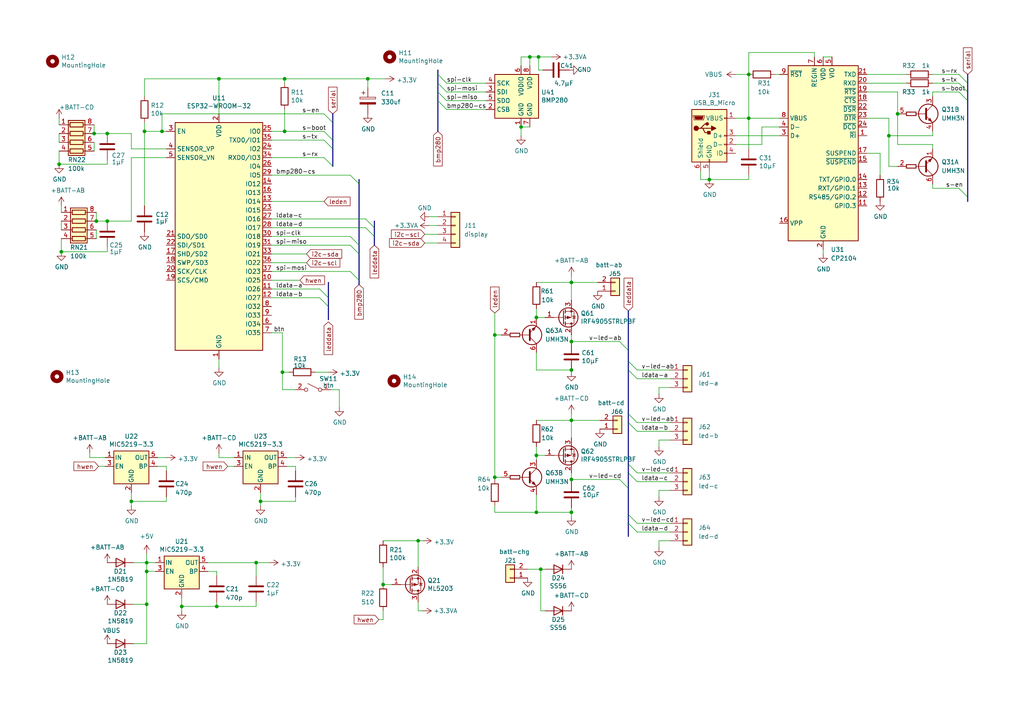
<source format=kicad_sch>
(kicad_sch (version 20230121) (generator eeschema)
  (paper "A4")
  (junction (at 111.125 169.545))
  (junction (at 82.55 22.86))
  (junction (at 42.545 165.735))
  (junction (at 52.705 175.895))
  (junction (at 17.145 47.625))
  (junction (at 165.735 121.92))
  (junction (at 46.99 38.1))
  (junction (at 217.17 34.29))
  (junction (at 165.735 99.06))
  (junction (at 31.115 38.735))
  (junction (at 106.68 22.86))
  (junction (at 31.115 64.135))
  (junction (at 155.575 148.59))
  (junction (at 41.91 38.1))
  (junction (at 62.865 175.895))
  (junction (at 155.575 92.075))
  (junction (at 42.545 163.195))
  (junction (at 165.735 139.065))
  (junction (at 74.295 163.195))
  (junction (at 143.51 138.43))
  (junction (at 63.5 22.86))
  (junction (at 217.17 21.59))
  (junction (at 165.735 148.59))
  (junction (at 38.1 145.415))
  (junction (at 205.74 52.07))
  (junction (at 257.81 39.37))
  (junction (at 82.55 38.1))
  (junction (at 165.735 81.915))
  (junction (at 42.545 175.26))
  (junction (at 151.13 36.83))
  (junction (at 165.735 107.315))
  (junction (at 156.845 165.1))
  (junction (at 27.305 38.735))
  (junction (at 260.35 33.02))
  (junction (at 75.565 145.415))
  (junction (at 153.67 16.51))
  (junction (at 81.915 107.95))
  (junction (at 27.94 64.135))
  (junction (at 121.285 156.845))
  (junction (at 17.78 73.025))
  (junction (at 156.21 16.51))
  (junction (at 155.575 132.08))
  (junction (at 143.51 97.155))
  (bus_entry (at 92.71 83.82) (size 2.54 2.54))
  (bus_entry (at 106.045 66.04) (size 2.54 2.54))
  (bus_entry (at 93.98 45.72) (size 2.54 2.54))
  (bus_entry (at 182.245 149.225) (size 2.54 2.54))
  (bus_entry (at 101.6 50.8) (size 2.54 2.54))
  (bus_entry (at 182.245 137.16) (size 2.54 2.54))
  (bus_entry (at 93.98 40.64) (size 2.54 2.54))
  (bus_entry (at 179.705 99.06) (size 2.54 2.54))
  (bus_entry (at 182.245 104.775) (size 2.54 2.54))
  (bus_entry (at 127 24.13) (size 2.54 2.54))
  (bus_entry (at 101.6 68.58) (size 2.54 2.54))
  (bus_entry (at 127 29.21) (size 2.54 2.54))
  (bus_entry (at 182.245 122.555) (size 2.54 2.54))
  (bus_entry (at 182.245 151.765) (size 2.54 2.54))
  (bus_entry (at 182.245 107.315) (size 2.54 2.54))
  (bus_entry (at 278.13 54.61) (size 2.54 2.54))
  (bus_entry (at 101.6 78.74) (size 2.54 2.54))
  (bus_entry (at 182.245 134.62) (size 2.54 2.54))
  (bus_entry (at 127 21.59) (size 2.54 2.54))
  (bus_entry (at 93.98 33.02) (size 2.54 2.54))
  (bus_entry (at 93.98 38.1) (size 2.54 2.54))
  (bus_entry (at 101.6 71.12) (size 2.54 2.54))
  (bus_entry (at 182.245 120.015) (size 2.54 2.54))
  (bus_entry (at 278.13 26.67) (size 2.54 2.54))
  (bus_entry (at 179.705 139.065) (size 2.54 2.54))
  (bus_entry (at 278.13 24.13) (size 2.54 2.54))
  (bus_entry (at 92.71 86.36) (size 2.54 2.54))
  (bus_entry (at 278.13 21.59) (size 2.54 2.54))
  (bus_entry (at 127 26.67) (size 2.54 2.54))
  (bus_entry (at 106.045 63.5) (size 2.54 2.54))
  (bus (pts (xy 182.245 134.62) (xy 182.245 137.16)))
  (wire (pts (xy 91.44 107.95) (xy 95.25 107.95)))
  (wire (pts (xy 93.98 38.1) (xy 82.55 38.1)))
  (wire (pts (xy 52.705 175.895) (xy 62.865 175.895)))
  (wire (pts (xy 184.785 107.315) (xy 194.31 107.315)))
  (wire (pts (xy 165.735 121.92) (xy 173.99 121.92)))
  (wire (pts (xy 41.91 22.86) (xy 63.5 22.86)))
  (wire (pts (xy 153.035 165.1) (xy 156.845 165.1)))
  (wire (pts (xy 260.35 26.67) (xy 260.35 33.02)))
  (wire (pts (xy 165.735 97.155) (xy 165.735 99.06)))
  (wire (pts (xy 155.575 143.51) (xy 155.575 148.59)))
  (wire (pts (xy 81.915 107.95) (xy 83.82 107.95)))
  (wire (pts (xy 38.1 145.415) (xy 48.26 145.415)))
  (wire (pts (xy 153.67 19.05) (xy 153.67 16.51)))
  (wire (pts (xy 191.135 112.395) (xy 194.31 112.395)))
  (bus (pts (xy 182.245 101.6) (xy 182.245 104.775)))
  (wire (pts (xy 41.91 38.1) (xy 41.91 59.69)))
  (wire (pts (xy 63.5 106.68) (xy 63.5 104.14)))
  (wire (pts (xy 251.46 44.45) (xy 255.27 44.45)))
  (wire (pts (xy 78.74 58.42) (xy 93.98 58.42)))
  (wire (pts (xy 78.74 81.28) (xy 86.995 81.28)))
  (wire (pts (xy 38.735 163.195) (xy 42.545 163.195)))
  (wire (pts (xy 31.115 73.025) (xy 31.115 71.755)))
  (wire (pts (xy 26.035 131.445) (xy 26.035 132.715)))
  (wire (pts (xy 98.425 113.03) (xy 98.425 118.11)))
  (bus (pts (xy 108.585 64.135) (xy 108.585 66.04)))
  (bus (pts (xy 127 24.13) (xy 127 26.67)))
  (wire (pts (xy 74.295 163.195) (xy 78.105 163.195)))
  (wire (pts (xy 270.51 41.91) (xy 270.51 43.18)))
  (wire (pts (xy 46.99 38.1) (xy 46.99 33.02)))
  (wire (pts (xy 27.305 41.275) (xy 27.305 43.815)))
  (wire (pts (xy 17.78 64.135) (xy 17.78 66.675)))
  (wire (pts (xy 63.5 33.02) (xy 63.5 22.86)))
  (wire (pts (xy 153.67 16.51) (xy 156.21 16.51)))
  (wire (pts (xy 17.145 43.815) (xy 17.145 47.625)))
  (wire (pts (xy 78.74 66.04) (xy 106.045 66.04)))
  (wire (pts (xy 140.97 31.75) (xy 129.54 31.75)))
  (wire (pts (xy 270.51 26.67) (xy 278.13 26.67)))
  (wire (pts (xy 165.735 107.315) (xy 155.575 107.315)))
  (wire (pts (xy 143.51 148.59) (xy 155.575 148.59)))
  (wire (pts (xy 224.79 21.59) (xy 226.06 21.59)))
  (wire (pts (xy 270.51 24.13) (xy 278.13 24.13)))
  (wire (pts (xy 236.22 15.24) (xy 217.17 15.24)))
  (bus (pts (xy 182.245 122.555) (xy 182.245 134.62)))
  (wire (pts (xy 165.735 99.06) (xy 179.705 99.06)))
  (wire (pts (xy 17.145 38.735) (xy 17.145 41.275)))
  (wire (pts (xy 83.185 132.715) (xy 85.725 132.715)))
  (wire (pts (xy 78.74 45.72) (xy 93.98 45.72)))
  (wire (pts (xy 251.46 21.59) (xy 262.89 21.59)))
  (wire (pts (xy 48.26 135.255) (xy 48.26 136.525)))
  (wire (pts (xy 38.1 142.875) (xy 38.1 145.415)))
  (bus (pts (xy 182.245 104.775) (xy 182.245 107.315)))
  (wire (pts (xy 62.865 174.625) (xy 62.865 175.895)))
  (wire (pts (xy 38.1 43.18) (xy 38.1 38.735)))
  (wire (pts (xy 191.135 129.54) (xy 191.135 127.635)))
  (wire (pts (xy 38.735 175.26) (xy 42.545 175.26)))
  (wire (pts (xy 151.13 39.37) (xy 151.13 36.83)))
  (bus (pts (xy 280.67 21.59) (xy 280.67 24.13)))
  (bus (pts (xy 182.245 90.17) (xy 182.245 101.6)))
  (wire (pts (xy 17.145 47.625) (xy 31.115 47.625)))
  (wire (pts (xy 60.325 163.195) (xy 74.295 163.195)))
  (wire (pts (xy 121.285 174.625) (xy 121.285 177.165)))
  (wire (pts (xy 156.845 177.165) (xy 158.115 177.165)))
  (wire (pts (xy 38.1 64.135) (xy 31.115 64.135)))
  (wire (pts (xy 45.72 135.255) (xy 48.26 135.255)))
  (wire (pts (xy 156.21 16.51) (xy 156.21 20.32)))
  (wire (pts (xy 270.51 27.94) (xy 270.51 26.67)))
  (wire (pts (xy 143.51 97.155) (xy 145.415 97.155)))
  (wire (pts (xy 46.99 33.02) (xy 93.98 33.02)))
  (wire (pts (xy 213.36 39.37) (xy 226.06 39.37)))
  (wire (pts (xy 17.78 73.025) (xy 31.115 73.025)))
  (wire (pts (xy 81.915 113.03) (xy 85.725 113.03)))
  (wire (pts (xy 41.91 38.1) (xy 46.99 38.1)))
  (bus (pts (xy 95.25 88.9) (xy 95.25 92.71)))
  (wire (pts (xy 191.135 156.845) (xy 194.31 156.845)))
  (bus (pts (xy 127 21.59) (xy 127 24.13)))
  (bus (pts (xy 95.25 86.36) (xy 95.25 88.9)))
  (bus (pts (xy 127 26.67) (xy 127 29.21)))
  (wire (pts (xy 156.21 20.32) (xy 157.48 20.32)))
  (bus (pts (xy 95.25 81.915) (xy 95.25 86.36)))
  (wire (pts (xy 121.285 177.165) (xy 122.555 177.165)))
  (wire (pts (xy 78.74 73.66) (xy 88.9 73.66)))
  (wire (pts (xy 165.735 137.16) (xy 165.735 139.065)))
  (wire (pts (xy 62.865 165.735) (xy 62.865 167.005)))
  (wire (pts (xy 38.1 145.415) (xy 38.1 146.685)))
  (bus (pts (xy 104.14 52.07) (xy 104.14 53.34)))
  (wire (pts (xy 155.575 107.315) (xy 155.575 102.235)))
  (wire (pts (xy 42.545 163.195) (xy 42.545 165.735)))
  (wire (pts (xy 184.785 137.16) (xy 194.31 137.16)))
  (bus (pts (xy 127 20.32) (xy 127 21.59)))
  (wire (pts (xy 111.125 179.705) (xy 111.125 177.165)))
  (bus (pts (xy 104.14 53.34) (xy 104.14 71.12)))
  (wire (pts (xy 143.51 138.43) (xy 145.415 138.43)))
  (wire (pts (xy 48.26 144.145) (xy 48.26 145.415)))
  (wire (pts (xy 42.545 165.735) (xy 45.085 165.735)))
  (wire (pts (xy 113.665 169.545) (xy 111.125 169.545)))
  (wire (pts (xy 165.735 81.915) (xy 173.355 81.915)))
  (wire (pts (xy 42.545 160.655) (xy 42.545 163.195)))
  (wire (pts (xy 158.115 132.08) (xy 155.575 132.08)))
  (bus (pts (xy 182.245 107.315) (xy 182.245 120.015)))
  (wire (pts (xy 257.81 34.29) (xy 257.81 39.37)))
  (wire (pts (xy 60.325 165.735) (xy 62.865 165.735)))
  (wire (pts (xy 38.1 38.735) (xy 31.115 38.735)))
  (wire (pts (xy 52.705 175.895) (xy 52.705 177.165)))
  (wire (pts (xy 184.785 154.305) (xy 194.31 154.305)))
  (wire (pts (xy 78.74 78.74) (xy 101.6 78.74)))
  (wire (pts (xy 257.81 39.37) (xy 270.51 39.37)))
  (wire (pts (xy 184.785 151.765) (xy 194.31 151.765)))
  (bus (pts (xy 104.14 73.66) (xy 104.14 81.28)))
  (wire (pts (xy 75.565 142.875) (xy 75.565 145.415)))
  (wire (pts (xy 155.575 129.54) (xy 155.575 132.08)))
  (wire (pts (xy 213.36 34.29) (xy 217.17 34.29)))
  (wire (pts (xy 203.2 49.53) (xy 203.2 52.07)))
  (wire (pts (xy 191.135 142.24) (xy 194.31 142.24)))
  (wire (pts (xy 74.295 175.895) (xy 74.295 174.625)))
  (wire (pts (xy 217.17 50.8) (xy 217.17 52.07)))
  (bus (pts (xy 108.585 66.04) (xy 108.585 68.58)))
  (wire (pts (xy 165.735 121.92) (xy 165.735 127)))
  (wire (pts (xy 203.2 52.07) (xy 205.74 52.07)))
  (bus (pts (xy 96.52 40.64) (xy 96.52 43.18)))
  (wire (pts (xy 28.575 135.255) (xy 30.48 135.255)))
  (wire (pts (xy 17.145 34.29) (xy 17.145 36.195)))
  (wire (pts (xy 191.135 144.145) (xy 191.135 142.24)))
  (wire (pts (xy 165.735 80.01) (xy 165.735 81.915)))
  (wire (pts (xy 257.81 48.26) (xy 260.35 48.26)))
  (wire (pts (xy 75.565 145.415) (xy 85.725 145.415)))
  (wire (pts (xy 48.26 43.18) (xy 38.1 43.18)))
  (wire (pts (xy 121.285 156.845) (xy 121.285 164.465)))
  (wire (pts (xy 109.855 179.705) (xy 111.125 179.705)))
  (wire (pts (xy 251.46 34.29) (xy 257.81 34.29)))
  (wire (pts (xy 62.865 175.895) (xy 74.295 175.895)))
  (bus (pts (xy 182.245 137.16) (xy 182.245 141.605)))
  (wire (pts (xy 78.74 71.12) (xy 101.6 71.12)))
  (wire (pts (xy 184.785 109.855) (xy 194.31 109.855)))
  (wire (pts (xy 255.27 44.45) (xy 255.27 50.8)))
  (wire (pts (xy 217.17 34.29) (xy 217.17 43.18)))
  (wire (pts (xy 217.17 21.59) (xy 217.17 34.29)))
  (wire (pts (xy 75.565 145.415) (xy 75.565 146.685)))
  (wire (pts (xy 205.74 52.07) (xy 217.17 52.07)))
  (wire (pts (xy 83.185 135.255) (xy 85.725 135.255)))
  (wire (pts (xy 26.035 132.715) (xy 30.48 132.715)))
  (wire (pts (xy 165.735 107.315) (xy 165.735 107.95)))
  (wire (pts (xy 123.19 67.945) (xy 127 67.945)))
  (bus (pts (xy 96.52 33.02) (xy 96.52 35.56)))
  (wire (pts (xy 42.545 163.195) (xy 45.085 163.195)))
  (wire (pts (xy 251.46 24.13) (xy 262.89 24.13)))
  (wire (pts (xy 257.81 39.37) (xy 257.81 48.26)))
  (bus (pts (xy 280.67 24.13) (xy 280.67 26.67)))
  (wire (pts (xy 143.51 90.805) (xy 143.51 97.155)))
  (wire (pts (xy 260.35 41.91) (xy 270.51 41.91)))
  (wire (pts (xy 270.51 54.61) (xy 278.13 54.61)))
  (bus (pts (xy 182.245 151.765) (xy 182.245 155.575)))
  (wire (pts (xy 124.46 62.865) (xy 127 62.865)))
  (wire (pts (xy 74.295 167.005) (xy 74.295 163.195)))
  (wire (pts (xy 191.135 127.635) (xy 194.31 127.635)))
  (wire (pts (xy 165.735 99.06) (xy 165.735 99.695)))
  (wire (pts (xy 205.74 49.53) (xy 205.74 52.07)))
  (wire (pts (xy 213.36 21.59) (xy 217.17 21.59)))
  (bus (pts (xy 104.14 71.12) (xy 104.14 73.66)))
  (wire (pts (xy 123.19 70.485) (xy 127 70.485)))
  (wire (pts (xy 260.35 33.02) (xy 260.35 41.91)))
  (bus (pts (xy 280.67 57.15) (xy 280.67 58.42)))
  (bus (pts (xy 104.14 81.28) (xy 104.14 82.55)))
  (wire (pts (xy 217.17 34.29) (xy 226.06 34.29)))
  (wire (pts (xy 236.22 16.51) (xy 236.22 15.24)))
  (bus (pts (xy 127 29.21) (xy 127 38.1)))
  (wire (pts (xy 155.575 148.59) (xy 165.735 148.59)))
  (wire (pts (xy 78.74 76.2) (xy 88.9 76.2)))
  (wire (pts (xy 165.735 148.59) (xy 165.735 149.86)))
  (wire (pts (xy 95.885 113.03) (xy 98.425 113.03)))
  (wire (pts (xy 78.74 68.58) (xy 101.6 68.58)))
  (wire (pts (xy 78.74 86.36) (xy 92.71 86.36)))
  (wire (pts (xy 46.99 38.1) (xy 48.26 38.1)))
  (wire (pts (xy 38.1 45.72) (xy 38.1 64.135)))
  (bus (pts (xy 182.245 120.015) (xy 182.245 122.555)))
  (wire (pts (xy 151.13 19.05) (xy 151.13 16.51)))
  (wire (pts (xy 191.135 158.75) (xy 191.135 156.845)))
  (wire (pts (xy 78.74 63.5) (xy 106.045 63.5)))
  (wire (pts (xy 66.04 135.255) (xy 67.945 135.255)))
  (wire (pts (xy 155.575 81.915) (xy 165.735 81.915)))
  (wire (pts (xy 143.51 146.685) (xy 143.51 148.59)))
  (wire (pts (xy 78.74 38.1) (xy 82.55 38.1)))
  (wire (pts (xy 156.845 165.1) (xy 156.845 177.165)))
  (wire (pts (xy 85.725 144.145) (xy 85.725 145.415)))
  (wire (pts (xy 184.785 122.555) (xy 194.31 122.555)))
  (wire (pts (xy 143.51 138.43) (xy 143.51 97.155)))
  (wire (pts (xy 27.94 66.675) (xy 27.94 69.215)))
  (wire (pts (xy 31.115 47.625) (xy 31.115 46.355)))
  (wire (pts (xy 156.845 165.1) (xy 158.115 165.1)))
  (wire (pts (xy 85.725 135.255) (xy 85.725 136.525)))
  (wire (pts (xy 184.785 139.7) (xy 194.31 139.7)))
  (wire (pts (xy 217.17 15.24) (xy 217.17 21.59)))
  (wire (pts (xy 111.125 169.545) (xy 111.125 164.465)))
  (wire (pts (xy 270.51 38.1) (xy 270.51 39.37)))
  (wire (pts (xy 165.735 120.015) (xy 165.735 121.92)))
  (wire (pts (xy 251.46 26.67) (xy 260.35 26.67)))
  (wire (pts (xy 151.13 16.51) (xy 153.67 16.51)))
  (wire (pts (xy 155.575 89.535) (xy 155.575 92.075)))
  (wire (pts (xy 165.735 139.065) (xy 179.705 139.065)))
  (bus (pts (xy 182.245 141.605) (xy 182.245 149.225)))
  (wire (pts (xy 82.55 22.86) (xy 82.55 24.13)))
  (wire (pts (xy 165.735 81.915) (xy 165.735 86.995)))
  (wire (pts (xy 278.13 21.59) (xy 270.51 21.59)))
  (wire (pts (xy 27.305 38.735) (xy 31.115 38.735)))
  (wire (pts (xy 238.76 16.51) (xy 241.3 16.51)))
  (wire (pts (xy 106.68 22.86) (xy 106.68 25.4)))
  (wire (pts (xy 155.575 132.08) (xy 155.575 133.35)))
  (wire (pts (xy 124.46 65.405) (xy 127 65.405)))
  (wire (pts (xy 42.545 175.26) (xy 42.545 186.69)))
  (wire (pts (xy 155.575 121.92) (xy 165.735 121.92)))
  (wire (pts (xy 140.97 26.67) (xy 129.54 26.67)))
  (wire (pts (xy 41.91 35.56) (xy 41.91 38.1)))
  (bus (pts (xy 182.245 149.225) (xy 182.245 151.765)))
  (wire (pts (xy 158.115 92.075) (xy 155.575 92.075)))
  (bus (pts (xy 96.52 35.56) (xy 96.52 40.64)))
  (wire (pts (xy 63.5 22.86) (xy 82.55 22.86)))
  (wire (pts (xy 191.135 114.3) (xy 191.135 112.395)))
  (wire (pts (xy 156.21 16.51) (xy 160.02 16.51)))
  (wire (pts (xy 48.26 45.72) (xy 38.1 45.72)))
  (wire (pts (xy 38.735 186.69) (xy 42.545 186.69)))
  (wire (pts (xy 226.06 36.83) (xy 220.98 36.83)))
  (bus (pts (xy 108.585 68.58) (xy 108.585 71.12)))
  (wire (pts (xy 17.78 69.215) (xy 17.78 73.025)))
  (wire (pts (xy 111.125 156.845) (xy 121.285 156.845)))
  (wire (pts (xy 27.94 64.135) (xy 31.115 64.135)))
  (wire (pts (xy 81.915 107.95) (xy 81.915 113.03)))
  (wire (pts (xy 165.735 139.065) (xy 165.735 139.7)))
  (bus (pts (xy 280.67 26.67) (xy 280.67 29.21)))
  (wire (pts (xy 143.51 139.065) (xy 143.51 138.43)))
  (wire (pts (xy 17.78 59.69) (xy 17.78 61.595)))
  (wire (pts (xy 82.55 31.75) (xy 82.55 38.1)))
  (wire (pts (xy 52.705 173.355) (xy 52.705 175.895)))
  (wire (pts (xy 106.68 22.86) (xy 111.76 22.86)))
  (wire (pts (xy 270.51 54.61) (xy 270.51 53.34)))
  (bus (pts (xy 96.52 43.18) (xy 96.52 48.26)))
  (wire (pts (xy 42.545 165.735) (xy 42.545 175.26)))
  (wire (pts (xy 184.785 125.095) (xy 194.31 125.095)))
  (wire (pts (xy 213.36 41.91) (xy 220.98 41.91)))
  (wire (pts (xy 220.98 36.83) (xy 220.98 41.91)))
  (wire (pts (xy 27.305 36.195) (xy 27.305 38.735)))
  (wire (pts (xy 45.72 132.715) (xy 48.26 132.715)))
  (wire (pts (xy 78.74 40.64) (xy 93.98 40.64)))
  (wire (pts (xy 82.55 22.86) (xy 106.68 22.86)))
  (bus (pts (xy 280.67 29.21) (xy 280.67 57.15)))
  (wire (pts (xy 81.915 96.52) (xy 81.915 107.95)))
  (wire (pts (xy 78.74 96.52) (xy 81.915 96.52)))
  (wire (pts (xy 63.5 131.445) (xy 63.5 132.715)))
  (wire (pts (xy 41.91 27.94) (xy 41.91 22.86)))
  (wire (pts (xy 78.74 50.8) (xy 101.6 50.8)))
  (wire (pts (xy 63.5 132.715) (xy 67.945 132.715)))
  (wire (pts (xy 165.735 147.32) (xy 165.735 148.59)))
  (wire (pts (xy 122.555 156.845) (xy 121.285 156.845)))
  (wire (pts (xy 153.67 36.83) (xy 151.13 36.83)))
  (wire (pts (xy 129.54 29.21) (xy 140.97 29.21)))
  (wire (pts (xy 27.94 61.595) (xy 27.94 64.135)))
  (wire (pts (xy 78.74 83.82) (xy 92.71 83.82)))
  (wire (pts (xy 238.76 72.39) (xy 238.76 73.66)))
  (wire (pts (xy 129.54 24.13) (xy 140.97 24.13)))
  (label "ldata-a" (at 80.01 83.82 0))
  (label "ldata-a" (at 186.055 109.855 0))
  (label "s-rx" (at 87.63 45.72 0))
  (label "btn" (at 79.375 96.52 0))
  (label "ldata-c" (at 80.01 63.5 0))
  (label "v-led-cd" (at 170.815 139.065 0))
  (label "s-boot" (at 273.05 26.67 0))
  (label "v-led-ab" (at 170.815 99.06 0))
  (label "ldata-b" (at 80.01 86.36 0))
  (label "s-boot" (at 87.63 38.1 0))
  (label "bmp280-cs" (at 80.01 50.8 0))
  (label "spi-miso" (at 129.54 29.21 0))
  (label "s-tx" (at 273.05 24.13 0))
  (label "spi-clk" (at 80.01 68.58 0))
  (label "spi-clk" (at 129.54 24.13 0))
  (label "spi-mosi" (at 80.01 78.74 0))
  (label "v-led-cd" (at 186.055 151.765 0))
  (label "ldata-c" (at 186.055 139.7 0))
  (label "v-led-cd" (at 186.055 137.16 0))
  (label "s-tx" (at 87.63 40.64 0))
  (label "v-led-ab" (at 186.055 107.315 0))
  (label "s-en" (at 87.63 33.02 0))
  (label "v-led-ab" (at 186.055 122.555 0))
  (label "ldata-d" (at 80.01 66.04 0))
  (label "ldata-b" (at 186.055 125.095 0))
  (label "s-en" (at 274.32 54.61 0))
  (label "spi-mosi" (at 129.54 26.67 0))
  (label "s-rx" (at 273.05 21.59 0))
  (label "bmp280-cs" (at 129.54 31.75 0))
  (label "spi-miso" (at 80.01 71.12 0))
  (label "ldata-d" (at 186.055 154.305 0))
  (global_label "bmp280" (shape input) (at 104.14 82.55 270) (property "Intersheetrefs" "${INTERSHEET_REFS}" (effects hide)))
  (global_label "hwen" (shape input) (at 28.575 135.255 180) (property "Intersheetrefs" "${INTERSHEET_REFS}" (effects hide)))
  (global_label "bmp280" (shape input) (at 127 38.1 270) (property "Intersheetrefs" "${INTERSHEET_REFS}" (effects hide)))
  (global_label "i2c-scl" (shape input) (at 88.9 76.2 0) (property "Intersheetrefs" "${INTERSHEET_REFS}" (effects hide)))
  (global_label "leddata" (shape input) (at 95.25 93.345 270) (property "Intersheetrefs" "${INTERSHEET_REFS}" (effects hide)))
  (global_label "i2c-scl" (shape input) (at 123.19 67.945 180) (property "Intersheetrefs" "${INTERSHEET_REFS}" (effects hide)))
  (global_label "i2c-sda" (shape input) (at 88.9 73.66 0) (property "Intersheetrefs" "${INTERSHEET_REFS}" (effects hide)))
  (global_label "leddata" (shape input) (at 108.585 71.12 270) (property "Intersheetrefs" "${INTERSHEET_REFS}" (effects hide)))
  (global_label "serial" (shape input) (at 280.67 21.59 90) (property "Intersheetrefs" "${INTERSHEET_REFS}" (effects hide)))
  (global_label "serial" (shape input) (at 96.52 33.02 90) (property "Intersheetrefs" "${INTERSHEET_REFS}" (effects hide)))
  (global_label "leden" (shape input) (at 93.98 58.42 0) (property "Intersheetrefs" "${INTERSHEET_REFS}" (effects hide)))
  (global_label "i2c-sda" (shape input) (at 123.19 70.485 180) (property "Intersheetrefs" "${INTERSHEET_REFS}" (effects hide)))
  (global_label "leddata" (shape input) (at 182.245 90.17 90) (property "Intersheetrefs" "${INTERSHEET_REFS}" (effects hide)))
  (global_label "hwen" (shape input) (at 66.04 135.255 180) (property "Intersheetrefs" "${INTERSHEET_REFS}" (effects hide)))
  (global_label "leden" (shape input) (at 143.51 90.805 90) (property "Intersheetrefs" "${INTERSHEET_REFS}" (effects hide)))
  (global_label "hwen" (shape input) (at 109.855 179.705 180) (property "Intersheetrefs" "${INTERSHEET_REFS}" (effects hide)))
  (global_label "hwen" (shape input) (at 86.995 81.28 0) (property "Intersheetrefs" "${INTERSHEET_REFS}" (effects hide)))
  (symbol (lib_id "Device:C") (at 85.725 140.335 0) (unit 1)
    (property "Reference" "C26" (at 88.265 140.335 0) (effects (justify left)))
    (property "Value" "470p" (at 88.265 142.875 0) (effects (justify left)))
    (property "Footprint" "Capacitor_SMD:C_0805_2012Metric" (effects hide))
  )
  (symbol (lib_id "power:GND") (at 153.035 167.64 0) (unit 1)
    (property "Reference" "#PWR021" (effects hide))
    (property "Value" "GND" (at 153.162 172.0342 0))
  )
  (symbol (lib_id "Mechanical:MountingHole") (at 113.03 16.51 0) (unit 1)
    (property "Reference" "H11" (at 115.57 15.3416 0) (effects (justify left)))
    (property "Value" "MountingHole" (at 115.57 17.653 0) (effects (justify left)))
    (property "Footprint" "MountingHole:MountingHole_3.2mm_M3" (effects hide))
  )
  (symbol (lib_id "power:GND") (at 17.145 47.625 0) (unit 1)
    (property "Reference" "#PWR029" (effects hide))
    (property "Value" "GND" (at 17.272 52.0192 0))
  )
  (symbol (lib_id "Device:C") (at 62.865 170.815 0) (unit 1)
    (property "Reference" "C21" (at 65.405 170.815 0) (effects (justify left)))
    (property "Value" "470p" (at 65.405 173.355 0) (effects (justify left)))
    (property "Footprint" "Capacitor_SMD:C_0805_2012Metric" (effects hide))
  )
  (symbol (lib_id "Device:R") (at 87.63 107.95 270) (unit 1)
    (property "Reference" "R13" (at 85.09 104.14 90) (effects (justify left)))
    (property "Value" "10k" (at 85.09 106.045 90) (effects (justify left)))
    (property "Footprint" "Resistor_SMD:R_0805_2012Metric" (effects hide))
  )
  (symbol (lib_id "power:GND") (at 165.735 107.95 0) (unit 1)
    (property "Reference" "#PWR0123" (effects hide))
    (property "Value" "GND" (at 165.862 112.3442 0))
  )
  (symbol (lib_id "Device:Q_PMOS_GDS") (at 163.195 132.08 0) (mirror x) (unit 1)
    (property "Reference" "Q62" (at 168.402 130.9116 0) (effects (justify left)))
    (property "Value" "IRF4905STRLPBF" (at 168.402 133.223 0) (effects (justify left)))
    (property "Footprint" "Package_TO_SOT_SMD:TO-263-2" (effects hide))
  )
  (symbol (lib_id "Device:Q_PMOS_GSD") (at 118.745 169.545 0) (mirror x) (unit 1)
    (property "Reference" "Q21" (at 123.952 168.3766 0) (effects (justify left)))
    (property "Value" "ML5203" (at 123.952 170.688 0) (effects (justify left)))
    (property "Footprint" "Package_TO_SOT_SMD:SOT-23" (effects hide))
  )
  (symbol (lib_id "Device:R") (at 111.125 160.655 0) (unit 1)
    (property "Reference" "R21" (at 112.903 159.4866 0) (effects (justify left)))
    (property "Value" "100k" (at 112.903 161.798 0) (effects (justify left)))
    (property "Footprint" "Resistor_SMD:R_0805_2012Metric" (effects hide))
  )
  (symbol (lib_id "Device:C") (at 41.91 63.5 0) (unit 1)
    (property "Reference" "C12" (at 45.085 62.23 0) (effects (justify left)))
    (property "Value" "1μF" (at 45.085 64.135 0) (effects (justify left)))
    (property "Footprint" "Capacitor_SMD:C_0805_2012Metric" (effects hide))
  )
  (symbol (lib_id "power:GND") (at 191.135 114.3 0) (unit 1)
    (property "Reference" "#PWR0112" (effects hide))
    (property "Value" "GND" (at 191.262 118.6942 0))
  )
  (symbol (lib_id "power:+BATT") (at 165.735 80.01 0) (unit 1)
    (property "Reference" "#PWR0111" (effects hide))
    (property "Value" "+BATT-AB" (at 165.735 75.565 0))
  )
  (symbol (lib_id "Sensor_Pressure:BMP280") (at 151.13 29.21 0) (unit 1)
    (property "Reference" "U41" (at 156.972 26.7716 0) (effects (justify left)))
    (property "Value" "BMP280" (at 156.972 29.083 0) (effects (justify left)))
    (property "Footprint" "Package_LGA:Bosch_LGA-8_2x2.5mm_P0.65mm_ClockwisePinNumbering" (effects hide))
    (property "Datasheet" "https://ae-bst.resource.bosch.com/media/_tech/media/datasheets/BST-BMP280-DS001.pdf" (effects hide))
  )
  (symbol (lib_id "Transistor_BJT:UMH3N") (at 150.495 97.155 0) (mirror x) (unit 1)
    (property "Reference" "Q63" (at 158.115 95.885 0) (effects (justify left)))
    (property "Value" "UMH3N" (at 158.115 98.425 0) (effects (justify left)))
    (property "Footprint" "Package_TO_SOT_SMD:SOT-363_SC-70-6" (effects hide))
    (property "Datasheet" "http://rohmfs.rohm.com/en/products/databook/datasheet/discrete/transistor/digital/emh3t2r-e.pdf" (effects hide))
  )
  (symbol (lib_id "power:+3.3V") (at 48.26 132.715 270) (unit 1)
    (property "Reference" "#PWR027" (effects hide))
    (property "Value" "+3.3V" (at 51.5112 133.096 90) (effects (justify left)))
  )
  (symbol (lib_name "+BATT_1") (lib_id "power:+BATT") (at 165.735 177.165 0) (unit 1)
    (property "Reference" "#PWR023" (effects hide))
    (property "Value" "+BATT-CD" (at 165.735 172.72 0))
  )
  (symbol (lib_name "+BATT_1") (lib_id "power:+BATT") (at 165.735 120.015 0) (unit 1)
    (property "Reference" "#PWR0127" (effects hide))
    (property "Value" "+BATT-CD" (at 165.735 115.57 0))
  )
  (symbol (lib_id "power:+BATT") (at 165.735 165.1 0) (unit 1)
    (property "Reference" "#PWR022" (effects hide))
    (property "Value" "+BATT-AB" (at 165.735 160.655 0))
  )
  (symbol (lib_id "power:GND") (at 238.76 73.66 0) (unit 1)
    (property "Reference" "#PWR0105" (effects hide))
    (property "Value" "GND" (at 238.887 78.0542 0))
  )
  (symbol (lib_id "power:GND") (at 191.135 144.145 0) (unit 1)
    (property "Reference" "#PWR0102" (effects hide))
    (property "Value" "GND" (at 191.262 148.5392 0))
  )
  (symbol (lib_id "Device:R") (at 266.7 21.59 270) (unit 1)
    (property "Reference" "R32" (at 261.62 19.05 90) (effects (justify left)))
    (property "Value" "1k" (at 267.335 19.05 90) (effects (justify left)))
    (property "Footprint" "Resistor_SMD:R_0805_2012Metric" (effects hide))
  )
  (symbol (lib_id "Device:C") (at 74.295 170.815 0) (unit 1)
    (property "Reference" "C22" (at 77.216 169.6466 0) (effects (justify left)))
    (property "Value" "1μF" (at 77.216 171.958 0) (effects (justify left)))
    (property "Footprint" "Capacitor_SMD:C_0805_2012Metric" (effects hide))
  )
  (symbol (lib_id "Device:R") (at 82.55 27.94 0) (unit 1)
    (property "Reference" "R11" (at 84.328 26.7716 0) (effects (justify left)))
    (property "Value" "10k" (at 84.328 29.083 0) (effects (justify left)))
    (property "Footprint" "Resistor_SMD:R_0805_2012Metric" (effects hide))
  )
  (symbol (lib_id "Regulator_Linear:MIC5219-3.3YM5") (at 38.1 135.255 0) (unit 1)
    (property "Reference" "U22" (at 38.1 126.5682 0))
    (property "Value" "MIC5219-3.3" (at 38.1 128.8796 0))
    (property "Footprint" "Package_TO_SOT_SMD:SOT-23-5" (effects hide))
    (property "Datasheet" "http://ww1.microchip.com/downloads/en/DeviceDoc/MIC5219-500mA-Peak-Output-LDO-Regulator-DS20006021A.pdf" (effects hide))
  )
  (symbol (lib_id "Device:C") (at 31.115 67.945 0) (unit 1)
    (property "Reference" "C25" (at 31.75 71.12 0) (effects (justify left)))
    (property "Value" "1μF" (at 31.75 73.025 0) (effects (justify left)))
    (property "Footprint" "Capacitor_SMD:C_0805_2012Metric" (effects hide))
  )
  (symbol (lib_id "power:GND") (at 38.1 146.685 0) (unit 1)
    (property "Reference" "#PWR030" (effects hide))
    (property "Value" "GND" (at 38.227 151.0792 0))
  )
  (symbol (lib_id "Connector_Generic:Conn_01x03") (at 199.39 109.855 0) (unit 1)
    (property "Reference" "J61" (at 202.565 108.585 0) (effects (justify left)))
    (property "Value" "led-a" (at 202.565 111.125 0) (effects (justify left)))
    (property "Footprint" "Connector_JST:JST_XH_S3B-XH-A_1x03_P2.50mm_Horizontal" (effects hide))
  )
  (symbol (lib_id "Device:R") (at 266.7 24.13 270) (unit 1)
    (property "Reference" "R33" (at 261.62 26.67 90) (effects (justify left)))
    (property "Value" "1k" (at 267.335 26.67 90) (effects (justify left)))
    (property "Footprint" "Resistor_SMD:R_0805_2012Metric" (effects hide))
  )
  (symbol (lib_id "Connector_Generic:Conn_01x04") (at 132.08 65.405 0) (unit 1)
    (property "Reference" "J11" (at 134.62 65.405 0) (effects (justify left)))
    (property "Value" "display" (at 134.62 67.945 0) (effects (justify left)))
    (property "Footprint" "Connector_PinHeader_2.54mm:PinHeader_1x04_P2.54mm_Vertical" (effects hide))
  )
  (symbol (lib_id "power:+3.3VA") (at 124.46 65.405 90) (unit 1)
    (property "Reference" "#PWR065" (effects hide))
    (property "Value" "+3.3VA" (at 121.285 65.405 90) (effects (justify left)))
  )
  (symbol (lib_id "Regulator_Linear:MIC5219-3.3YM5") (at 52.705 165.735 0) (unit 1)
    (property "Reference" "U21" (at 52.705 157.0482 0))
    (property "Value" "MIC5219-3.3" (at 52.705 159.3596 0))
    (property "Footprint" "Package_TO_SOT_SMD:SOT-23-5" (effects hide))
    (property "Datasheet" "http://ww1.microchip.com/downloads/en/DeviceDoc/MIC5219-500mA-Peak-Output-LDO-Regulator-DS20006021A.pdf" (effects hide))
  )
  (symbol (lib_id "Device:D") (at 34.925 175.26 180) (unit 1)
    (property "Reference" "D22" (at 34.925 177.8 0))
    (property "Value" "1N5819" (at 34.925 180.1114 0))
    (property "Footprint" "Diode_SMD:D_SOD-323" (effects hide))
  )
  (symbol (lib_id "power:VBUS") (at 213.36 21.59 90) (unit 1)
    (property "Reference" "#PWR0107" (effects hide))
    (property "Value" "VBUS" (at 209.55 21.59 90) (effects (justify left)))
  )
  (symbol (lib_id "Device:Q_PMOS_GDS") (at 163.195 92.075 0) (mirror x) (unit 1)
    (property "Reference" "Q61" (at 168.402 90.9066 0) (effects (justify left)))
    (property "Value" "IRF4905STRLPBF" (at 168.402 93.218 0) (effects (justify left)))
    (property "Footprint" "Package_TO_SOT_SMD:TO-263-2" (effects hide))
  )
  (symbol (lib_id "power:GND") (at 151.13 39.37 0) (unit 1)
    (property "Reference" "#PWR0120" (effects hide))
    (property "Value" "GND" (at 151.257 43.7642 0))
  )
  (symbol (lib_id "power:GND") (at 41.91 67.31 0) (unit 1)
    (property "Reference" "#PWR0113" (effects hide))
    (property "Value" "GND" (at 42.037 71.7042 0))
  )
  (symbol (lib_id "Device:C") (at 48.26 140.335 0) (unit 1)
    (property "Reference" "C24" (at 50.8 140.335 0) (effects (justify left)))
    (property "Value" "470p" (at 50.8 142.875 0) (effects (justify left)))
    (property "Footprint" "Capacitor_SMD:C_0805_2012Metric" (effects hide))
  )
  (symbol (lib_id "Device:C") (at 161.29 20.32 90) (unit 1)
    (property "Reference" "C41" (at 166.37 19.05 90) (effects (justify left)))
    (property "Value" "4,7μF" (at 166.37 24.13 90) (effects (justify left)))
    (property "Footprint" "Capacitor_SMD:C_0805_2012Metric" (effects hide))
  )
  (symbol (lib_id "Device:R") (at 255.27 54.61 180) (unit 1)
    (property "Reference" "R34" (at 260.985 52.705 0) (effects (justify left)))
    (property "Value" "10k" (at 260.985 54.61 0) (effects (justify left)))
    (property "Footprint" "Resistor_SMD:R_0805_2012Metric" (effects hide))
  )
  (symbol (lib_id "Device:C") (at 31.115 42.545 0) (unit 1)
    (property "Reference" "C27" (at 32.385 45.085 0) (effects (justify left)))
    (property "Value" "1μF" (at 32.385 46.99 0) (effects (justify left)))
    (property "Footprint" "Capacitor_SMD:C_0805_2012Metric" (effects hide))
  )
  (symbol (lib_id "Regulator_Linear:MIC5219-3.3YM5") (at 75.565 135.255 0) (unit 1)
    (property "Reference" "U23" (at 75.565 126.5682 0))
    (property "Value" "MIC5219-3.3" (at 75.565 128.8796 0))
    (property "Footprint" "Package_TO_SOT_SMD:SOT-23-5" (effects hide))
    (property "Datasheet" "http://ww1.microchip.com/downloads/en/DeviceDoc/MIC5219-500mA-Peak-Output-LDO-Regulator-DS20006021A.pdf" (effects hide))
  )
  (symbol (lib_id "Device:R") (at 111.125 173.355 180) (unit 1)
    (property "Reference" "R22" (at 108.585 172.085 0) (effects (justify left)))
    (property "Value" "510" (at 108.585 174.625 0) (effects (justify left)))
    (property "Footprint" "Resistor_SMD:R_0805_2012Metric" (effects hide))
  )
  (symbol (lib_id "Connector_Generic:Conn_01x02") (at 179.07 124.46 0) (mirror x) (unit 1)
    (property "Reference" "J66" (at 177.165 119.38 0) (effects (justify left)))
    (property "Value" "batt-cd" (at 173.355 116.84 0) (effects (justify left)))
    (property "Footprint" "Connector_AMASS:AMASS_XT30U-F_1x02_P5.0mm_Vertical" (effects hide))
  )
  (symbol (lib_id "Transistor_BJT:UMH3N") (at 150.495 138.43 0) (unit 2)
    (property "Reference" "Q63" (at 158.115 137.16 0) (effects (justify left)))
    (property "Value" "UMH3N" (at 158.115 139.7 0) (effects (justify left)))
    (property "Footprint" "Package_TO_SOT_SMD:SOT-363_SC-70-6" (effects hide))
    (property "Datasheet" "http://rohmfs.rohm.com/en/products/databook/datasheet/discrete/transistor/digital/emh3t2r-e.pdf" (effects hide))
  )
  (symbol (lib_id "power:GND") (at 191.135 158.75 0) (unit 1)
    (property "Reference" "#PWR0103" (effects hide))
    (property "Value" "GND" (at 191.262 163.1442 0))
  )
  (symbol (lib_id "Device:C_Polarized") (at 106.68 29.21 0) (unit 1)
    (property "Reference" "C11" (at 110.49 27.051 0) (effects (justify left)))
    (property "Value" "330uf" (at 110.49 29.591 0) (effects (justify left)))
    (property "Footprint" "Capacitor_Tantalum_SMD:CP_EIA-7343-20_Kemet-V" (effects hide))
  )
  (symbol (lib_id "power:GND") (at 173.99 124.46 0) (unit 1)
    (property "Reference" "#PWR061" (effects hide))
    (property "Value" "GND" (at 174.117 128.8542 0))
  )
  (symbol (lib_id "power:GND") (at 191.135 129.54 0) (unit 1)
    (property "Reference" "#PWR0101" (effects hide))
    (property "Value" "GND" (at 191.262 133.9342 0))
  )
  (symbol (lib_id "Device:R") (at 155.575 85.725 180) (unit 1)
    (property "Reference" "R61" (at 160.655 84.455 0) (effects (justify left)))
    (property "Value" "10k" (at 160.655 86.995 0) (effects (justify left)))
    (property "Footprint" "Resistor_SMD:R_0805_2012Metric" (effects hide))
  )
  (symbol (lib_id "Transistor_BJT:UMH3N") (at 265.43 48.26 0) (mirror x) (unit 1)
    (property "Reference" "Q31" (at 273.05 46.99 0) (effects (justify left)))
    (property "Value" "UMH3N" (at 273.05 49.53 0) (effects (justify left)))
    (property "Footprint" "Package_TO_SOT_SMD:SOT-363_SC-70-6" (effects hide))
    (property "Datasheet" "http://rohmfs.rohm.com/en/products/databook/datasheet/discrete/transistor/digital/emh3t2r-e.pdf" (effects hide))
  )
  (symbol (lib_id "Interface_USB:CP2104") (at 238.76 44.45 0) (unit 1)
    (property "Reference" "U31" (at 240.9541 72.39 0) (effects (justify left)))
    (property "Value" "CP2104" (at 240.9541 74.93 0) (effects (justify left)))
    (property "Footprint" "Package_DFN_QFN:QFN-24-1EP_4x4mm_P0.5mm_EP2.6x2.6mm" (effects hide))
    (property "Datasheet" "https://www.silabs.com/documents/public/data-sheets/cp2104.pdf" (effects hide))
  )
  (symbol (lib_id "Device:D") (at 161.925 165.1 180) (unit 1)
    (property "Reference" "D24" (at 161.925 167.64 0))
    (property "Value" "SS56" (at 161.925 169.9514 0))
    (property "Footprint" "Diode_SMD:D_SMA" (effects hide))
  )
  (symbol (lib_id "power:GND") (at 124.46 62.865 270) (unit 1)
    (property "Reference" "#PWR064" (effects hide))
    (property "Value" "GND" (at 123.19 60.325 90))
  )
  (symbol (lib_id "Transistor_BJT:UMH3N") (at 265.43 33.02 0) (unit 2)
    (property "Reference" "Q31" (at 273.05 31.75 0) (effects (justify left)))
    (property "Value" "UMH3N" (at 273.05 34.29 0) (effects (justify left)))
    (property "Footprint" "Package_TO_SOT_SMD:SOT-363_SC-70-6" (effects hide))
    (property "Datasheet" "http://rohmfs.rohm.com/en/products/databook/datasheet/discrete/transistor/digital/emh3t2r-e.pdf" (effects hide))
  )
  (symbol (lib_id "Mechanical:MountingHole") (at 16.51 109.22 0) (unit 1)
    (property "Reference" "H13" (at 19.05 108.0516 0) (effects (justify left)))
    (property "Value" "MountingHole" (at 19.05 110.363 0) (effects (justify left)))
    (property "Footprint" "MountingHole:MountingHole_3.2mm_M3" (effects hide))
  )
  (symbol (lib_id "Device:D") (at 161.925 177.165 180) (unit 1)
    (property "Reference" "D25" (at 161.925 179.705 0))
    (property "Value" "SS56" (at 161.925 182.0164 0))
    (property "Footprint" "Diode_SMD:D_SMA" (effects hide))
  )
  (symbol (lib_id "Connector_Generic:Conn_01x02") (at 178.435 84.455 0) (mirror x) (unit 1)
    (property "Reference" "J65" (at 176.53 79.375 0) (effects (justify left)))
    (property "Value" "batt-ab" (at 172.72 76.835 0) (effects (justify left)))
    (property "Footprint" "Connector_AMASS:AMASS_XT30U-F_1x02_P5.0mm_Vertical" (effects hide))
  )
  (symbol (lib_id "Connector_Generic:Conn_01x03") (at 199.39 154.305 0) (unit 1)
    (property "Reference" "J64" (at 202.565 153.035 0) (effects (justify left)))
    (property "Value" "led-d" (at 202.565 155.575 0) (effects (justify left)))
    (property "Footprint" "Connector_JST:JST_XH_S3B-XH-A_1x03_P2.50mm_Horizontal" (effects hide))
  )
  (symbol (lib_id "Connector_Generic:Conn_01x03") (at 199.39 139.7 0) (unit 1)
    (property "Reference" "J63" (at 202.565 138.43 0) (effects (justify left)))
    (property "Value" "led-c" (at 202.565 140.97 0) (effects (justify left)))
    (property "Footprint" "Connector_JST:JST_XH_S3B-XH-A_1x03_P2.50mm_Horizontal" (effects hide))
  )
  (symbol (lib_id "Device:C") (at 165.735 143.51 180) (unit 1)
    (property "Reference" "C62" (at 172.72 141.605 0) (effects (justify left)))
    (property "Value" "10μF" (at 173.99 143.51 0) (effects (justify left)))
    (property "Footprint" "Capacitor_SMD:C_0805_2012Metric" (effects hide))
  )
  (symbol (lib_id "Connector:USB_B_Micro") (at 205.74 39.37 0) (unit 1)
    (property "Reference" "J31" (at 207.1878 27.5082 0))
    (property "Value" "USB_B_Micro" (at 207.1878 29.8196 0))
    (property "Footprint" "Connector_USB:USB_Micro-B_Molex-105017-0001" (effects hide))
  )
  (symbol (lib_id "power:GND") (at 75.565 146.685 0) (unit 1)
    (property "Reference" "#PWR034" (effects hide))
    (property "Value" "GND" (at 75.692 151.0792 0))
  )
  (symbol (lib_id "power:GND") (at 165.1 20.32 90) (unit 1)
    (property "Reference" "#PWR0109" (effects hide))
    (property "Value" "GND" (at 169.4942 20.193 90))
  )
  (symbol (lib_id "power:GND") (at 205.74 52.07 0) (unit 1)
    (property "Reference" "#PWR0106" (effects hide))
    (property "Value" "GND" (at 205.867 56.4642 0))
  )
  (symbol (lib_id "power:+BATT") (at 17.78 59.69 0) (unit 1)
    (property "Reference" "#PWR026" (effects hide))
    (property "Value" "+BATT-AB" (at 19.685 55.245 0))
  )
  (symbol (lib_id "power:+5V") (at 42.545 160.655 0) (unit 1)
    (property "Reference" "#PWR0114" (effects hide))
    (property "Value" "+5V" (at 42.545 155.575 0))
  )
  (symbol (lib_id "power:+3.3V") (at 78.105 163.195 270) (unit 1)
    (property "Reference" "#PWR0122" (effects hide))
    (property "Value" "+3.3V" (at 81.3562 163.576 90) (effects (justify left)))
  )
  (symbol (lib_id "power:+3.3VA") (at 122.555 177.165 270) (unit 1)
    (property "Reference" "#PWR068" (effects hide))
    (property "Value" "+3.3VA" (at 125.73 177.165 90) (effects (justify left)))
  )
  (symbol (lib_id "Device:R_Pack04") (at 22.86 66.675 270) (unit 1)
    (property "Reference" "RN21" (at 20.32 71.755 90) (effects (justify left)))
    (property "Value" "100k" (at 20.32 74.295 90) (effects (justify left)))
    (property "Footprint" "Resistor_SMD:R_Array_Convex_4x0603" (effects hide))
  )
  (symbol (lib_id "power:+3.3VA") (at 160.02 16.51 270) (unit 1)
    (property "Reference" "#PWR024" (effects hide))
    (property "Value" "+3.3VA" (at 163.195 16.51 90) (effects (justify left)))
  )
  (symbol (lib_id "RF_Module:ESP32-WROOM-32") (at 63.5 68.58 0) (unit 1)
    (property "Reference" "U11" (at 63.5 28.4226 0))
    (property "Value" "ESP32-WROOM-32" (at 63.5 30.734 0))
    (property "Footprint" "RF_Module:ESP32-WROOM-32" (effects hide))
    (property "Datasheet" "https://www.espressif.com/sites/default/files/documentation/esp32-wroom-32_datasheet_en.pdf" (effects hide))
  )
  (symbol (lib_id "Device:R") (at 41.91 31.75 0) (unit 1)
    (property "Reference" "R12" (at 43.688 30.5816 0) (effects (justify left)))
    (property "Value" "10k" (at 43.688 32.893 0) (effects (justify left)))
    (property "Footprint" "Resistor_SMD:R_0805_2012Metric" (effects hide))
  )
  (symbol (lib_id "power:+3.3V") (at 111.76 22.86 270) (unit 1)
    (property "Reference" "#PWR0119" (effects hide))
    (property "Value" "+3.3V" (at 115.0112 23.241 90) (effects (justify left)))
  )
  (symbol (lib_id "power:GND") (at 17.78 73.025 0) (unit 1)
    (property "Reference" "#PWR025" (effects hide))
    (property "Value" "GND" (at 17.907 77.4192 0))
  )
  (symbol (lib_id "Connector_Generic:Conn_01x02") (at 147.955 167.64 180) (unit 1)
    (property "Reference" "J21" (at 149.86 162.56 0) (effects (justify left)))
    (property "Value" "batt-chg" (at 153.67 160.02 0) (effects (justify left)))
    (property "Footprint" "Connector_AMASS:AMASS_XT30U-M_1x02_P5.0mm_Vertical" (effects hide))
  )
  (symbol (lib_id "power:+BATT") (at 26.035 131.445 0) (unit 1)
    (property "Reference" "#PWR031" (effects hide))
    (property "Value" "+BATT-AB" (at 26.035 127 0))
  )
  (symbol (lib_id "power:+3.3V") (at 85.725 132.715 270) (unit 1)
    (property "Reference" "#PWR033" (effects hide))
    (property "Value" "+3.3V" (at 88.9762 133.096 90) (effects (justify left)))
  )
  (symbol (lib_id "power:GND") (at 63.5 106.68 0) (unit 1)
    (property "Reference" "#PWR0116" (effects hide))
    (property "Value" "GND" (at 63.627 111.0742 0))
  )
  (symbol (lib_id "Device:R_Pack04") (at 22.225 41.275 270) (unit 1)
    (property "Reference" "RN22" (at 19.685 46.355 90) (effects (justify left)))
    (property "Value" "100k" (at 19.685 48.895 90) (effects (justify left)))
    (property "Footprint" "Resistor_SMD:R_Array_Convex_4x0603" (effects hide))
  )
  (symbol (lib_id "Device:D") (at 34.925 186.69 180) (unit 1)
    (property "Reference" "D23" (at 34.925 189.23 0))
    (property "Value" "1N5819" (at 34.925 191.5414 0))
    (property "Footprint" "Diode_SMD:D_SOD-323" (effects hide))
  )
  (symbol (lib_id "power:+3.3V") (at 122.555 156.845 270) (unit 1)
    (property "Reference" "#PWR036" (effects hide))
    (property "Value" "+3.3V" (at 125.8062 157.226 90) (effects (justify left)))
  )
  (symbol (lib_id "Switch:SW_SPST") (at 90.805 113.03 0) (mirror y) (unit 1)
    (property "Reference" "SW11" (at 95.25 109.855 0))
    (property "Value" "btn" (at 95.25 111.76 0))
    (property "Footprint" "Button_Switch_SMD:SW_Push_1P1T_NO_6x6mm_H9.5mm" (effects hide))
  )
  (symbol (lib_id "power:GND") (at 255.27 58.42 0) (unit 1)
    (property "Reference" "#PWR0104" (effects hide))
    (property "Value" "GND" (at 255.397 62.8142 0))
  )
  (symbol (lib_id "Mechanical:MountingHole") (at 15.24 17.78 0) (unit 1)
    (property "Reference" "H12" (at 17.78 16.6116 0) (effects (justify left)))
    (property "Value" "MountingHole" (at 17.78 18.923 0) (effects (justify left)))
    (property "Footprint" "MountingHole:MountingHole_3.2mm_M3" (effects hide))
  )
  (symbol (lib_id "power:GND") (at 98.425 118.11 0) (unit 1)
    (property "Reference" "#PWR0117" (effects hide))
    (property "Value" "GND" (at 98.552 122.5042 0))
  )
  (symbol (lib_id "power:VBUS") (at 31.115 186.69 0) (unit 1)
    (property "Reference" "#PWR0128" (effects hide))
    (property "Value" "VBUS" (at 32.385 182.88 0))
  )
  (symbol (lib_id "power:+3.3V") (at 95.25 107.95 270) (unit 1)
    (property "Reference" "#PWR0118" (effects hide))
    (property "Value" "+3.3V" (at 98.5012 108.331 90) (effects (justify left)))
  )
  (symbol (lib_id "power:GND") (at 106.68 33.02 0) (unit 1)
    (property "Reference" "#PWR0121" (effects hide))
    (property "Value" "GND" (at 106.807 37.4142 0))
  )
  (symbol (lib_id "power:GND") (at 173.355 84.455 0) (unit 1)
    (property "Reference" "#PWR0125" (effects hide))
    (property "Value" "GND" (at 173.482 88.8492 0))
  )
  (symbol (lib_id "Device:C") (at 165.735 103.505 0) (unit 1)
    (property "Reference" "C61" (at 168.656 102.3366 0) (effects (justify left)))
    (property "Value" "10μF" (at 168.656 104.648 0) (effects (justify left)))
    (property "Footprint" "Capacitor_SMD:C_0805_2012Metric" (effects hide))
  )
  (symbol (lib_id "Device:R") (at 143.51 142.875 0) (unit 1)
    (property "Reference" "R64" (at 138.43 139.065 0) (effects (justify left)))
    (property "Value" "10k" (at 138.43 141.605 0) (effects (justify left)))
    (property "Footprint" "Resistor_SMD:R_0805_2012Metric" (effects hide))
  )
  (symbol (lib_id "Connector_Generic:Conn_01x03") (at 199.39 125.095 0) (unit 1)
    (property "Reference" "J62" (at 202.565 123.825 0) (effects (justify left)))
    (property "Value" "led-b" (at 202.565 126.365 0) (effects (justify left)))
    (property "Footprint" "Connector_JST:JST_XH_S3B-XH-A_1x03_P2.50mm_Horizontal" (effects hide))
  )
  (symbol (lib_id "Device:R") (at 220.98 21.59 270) (unit 1)
    (property "Reference" "R31" (at 219.71 24.13 90) (effects (justify left)))
    (property "Value" "10k" (at 219.71 26.67 90) (effects (justify left)))
    (property "Footprint" "Resistor_SMD:R_0805_2012Metric" (effects hide))
  )
  (symbol (lib_id "power:+BATT") (at 31.115 163.195 0) (unit 1)
    (property "Reference" "#PWR062" (effects hide))
    (property "Value" "+BATT-AB" (at 31.115 158.75 0))
  )
  (symbol (lib_id "Device:D") (at 34.925 163.195 180) (unit 1)
    (property "Reference" "D21" (at 34.925 165.735 0))
    (property "Value" "1N5819" (at 34.925 168.0464 0))
    (property "Footprint" "Diode_SMD:D_SOD-323" (effects hide))
  )
  (symbol (lib_id "Device:C") (at 217.17 46.99 0) (unit 1)
    (property "Reference" "C31" (at 220.091 45.8216 0) (effects (justify left)))
    (property "Value" "10μF" (at 220.091 48.133 0) (effects (justify left)))
    (property "Footprint" "Capacitor_SMD:C_0805_2012Metric" (effects hide))
  )
  (symbol (lib_id "Mechanical:MountingHole") (at 114.3 110.49 0) (unit 1)
    (property "Reference" "H14" (at 116.84 109.3216 0) (effects (justify left)))
    (property "Value" "MountingHole" (at 116.84 111.633 0) (effects (justify left)))
    (property "Footprint" "MountingHole:MountingHole_3.2mm_M3" (effects hide))
  )
  (symbol (lib_name "+BATT_1") (lib_id "power:+BATT") (at 17.145 34.29 0) (unit 1)
    (property "Reference" "#PWR028" (effects hide))
    (property "Value" "+BATT-CD" (at 22.225 31.115 0))
  )
  (symbol (lib_name "+BATT_1") (lib_id "power:+BATT") (at 63.5 131.445 0) (unit 1)
    (property "Reference" "#PWR032" (effects hide))
    (property "Value" "+BATT-CD" (at 63.5 127 0))
  )
  (symbol (lib_name "+BATT_1") (lib_id "power:+BATT") (at 31.115 175.26 0) (unit 1)
    (property "Reference" "#PWR063" (effects hide))
    (property "Value" "+BATT-CD" (at 31.115 170.815 0))
  )
  (symbol (lib_id "power:GND") (at 165.735 149.86 0) (unit 1)
    (property "Reference" "#PWR0110" (effects hide))
    (property "Value" "GND" (at 165.862 154.2542 0))
  )
  (symbol (lib_id "power:GND") (at 52.705 177.165 0) (unit 1)
    (property "Reference" "#PWR0124" (effects hide))
    (property "Value" "GND" (at 52.832 181.5592 0))
  )
  (symbol (lib_id "Device:R") (at 155.575 125.73 180) (unit 1)
    (property "Reference" "R62" (at 160.655 124.46 0) (effects (justify left)))
    (property "Value" "10k" (at 160.655 127 0) (effects (justify left)))
    (property "Footprint" "Resistor_SMD:R_0805_2012Metric" (effects hide))
  )
)
</source>
